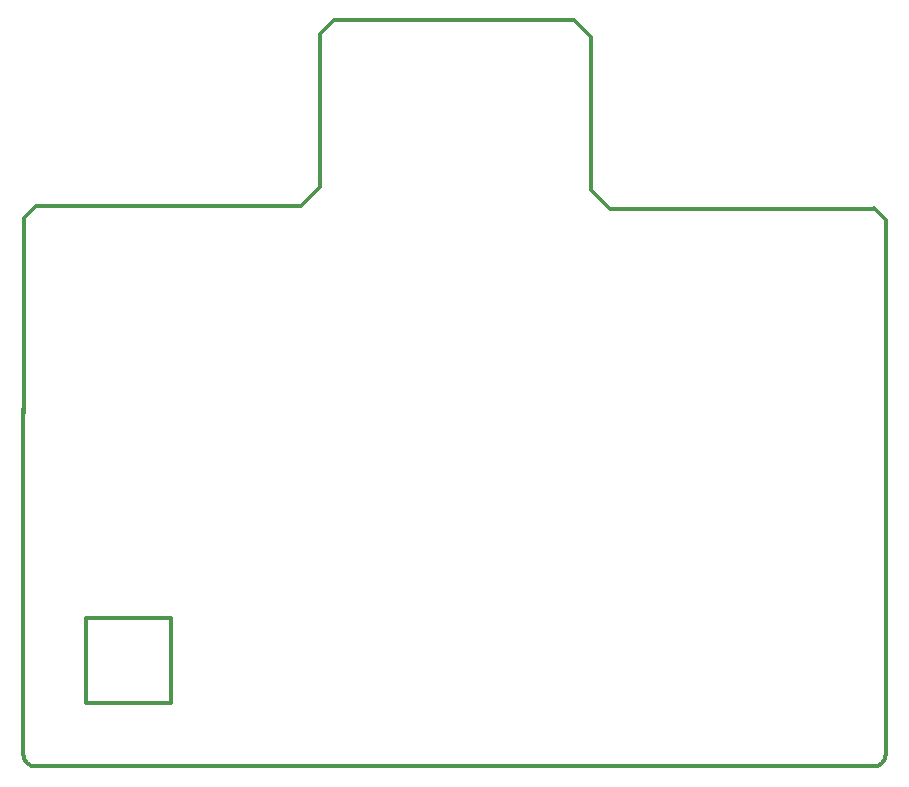
<source format=gko>
%FSLAX25Y25*%
%MOIN*%
G70*
G01*
G75*
G04 Layer_Color=16711935*
%ADD10C,0.00787*%
%ADD11C,0.01181*%
%ADD12R,0.02756X0.04921*%
%ADD13O,0.07874X0.05906*%
%ADD14R,0.07874X0.05906*%
%ADD15C,0.11811*%
%ADD16R,0.01181X0.03347*%
%ADD17R,0.02362X0.03347*%
%ADD18R,0.03543X0.06693*%
%ADD19O,0.05906X0.07874*%
%ADD20R,0.05906X0.07874*%
%ADD21R,0.05512X0.02362*%
%ADD22R,0.03150X0.07874*%
%ADD23R,0.02362X0.07874*%
%ADD24O,0.07480X0.12992*%
%ADD25R,0.01575X0.04724*%
%ADD26R,0.03937X0.03543*%
%ADD27O,0.02362X0.05512*%
%ADD28R,0.02362X0.01969*%
%ADD29R,0.01969X0.02362*%
%ADD30R,0.04921X0.02756*%
%ADD31R,0.03543X0.03937*%
%ADD32R,0.05118X0.03150*%
%ADD33R,0.03150X0.05118*%
%ADD34R,0.03150X0.03150*%
%ADD35R,0.06693X0.03543*%
%ADD36R,0.03543X0.02362*%
G04:AMPARAMS|DCode=37|XSize=98.43mil|YSize=59.06mil|CornerRadius=14.76mil|HoleSize=0mil|Usage=FLASHONLY|Rotation=90.000|XOffset=0mil|YOffset=0mil|HoleType=Round|Shape=RoundedRectangle|*
%AMROUNDEDRECTD37*
21,1,0.09843,0.02953,0,0,90.0*
21,1,0.06890,0.05906,0,0,90.0*
1,1,0.02953,0.01476,0.03445*
1,1,0.02953,0.01476,-0.03445*
1,1,0.02953,-0.01476,-0.03445*
1,1,0.02953,-0.01476,0.03445*
%
%ADD37ROUNDEDRECTD37*%
%ADD38C,0.07874*%
%ADD39C,0.02559*%
G04:AMPARAMS|DCode=40|XSize=39.37mil|YSize=62.99mil|CornerRadius=17.72mil|HoleSize=0mil|Usage=FLASHONLY|Rotation=180.000|XOffset=0mil|YOffset=0mil|HoleType=Round|Shape=RoundedRectangle|*
%AMROUNDEDRECTD40*
21,1,0.03937,0.02756,0,0,180.0*
21,1,0.00394,0.06299,0,0,180.0*
1,1,0.03543,-0.00197,0.01378*
1,1,0.03543,0.00197,0.01378*
1,1,0.03543,0.00197,-0.01378*
1,1,0.03543,-0.00197,-0.01378*
%
%ADD40ROUNDEDRECTD40*%
G04:AMPARAMS|DCode=41|XSize=39.37mil|YSize=82.68mil|CornerRadius=17.72mil|HoleSize=0mil|Usage=FLASHONLY|Rotation=180.000|XOffset=0mil|YOffset=0mil|HoleType=Round|Shape=RoundedRectangle|*
%AMROUNDEDRECTD41*
21,1,0.03937,0.04724,0,0,180.0*
21,1,0.00394,0.08268,0,0,180.0*
1,1,0.03543,-0.00197,0.02362*
1,1,0.03543,0.00197,0.02362*
1,1,0.03543,0.00197,-0.02362*
1,1,0.03543,-0.00197,-0.02362*
%
%ADD41ROUNDEDRECTD41*%
%ADD42C,0.02362*%
%ADD43C,0.00394*%
%ADD44C,0.02362*%
%ADD45C,0.00984*%
%ADD46C,0.01969*%
%ADD47C,0.00197*%
%ADD48C,0.00500*%
%ADD49C,0.00800*%
%ADD50C,0.00591*%
%ADD51C,0.01000*%
%ADD52R,0.03556X0.05721*%
%ADD53O,0.08674X0.06706*%
%ADD54R,0.08674X0.06706*%
%ADD55C,0.12611*%
%ADD56R,0.01981X0.04147*%
%ADD57R,0.03162X0.04147*%
%ADD58R,0.04343X0.07493*%
%ADD59O,0.06706X0.08674*%
%ADD60R,0.06706X0.08674*%
%ADD61R,0.06312X0.03162*%
%ADD62R,0.03950X0.08674*%
%ADD63R,0.03162X0.08674*%
%ADD64O,0.08280X0.13792*%
%ADD65R,0.02375X0.05524*%
%ADD66R,0.04737X0.04343*%
%ADD67O,0.03162X0.06312*%
%ADD68R,0.03162X0.02769*%
%ADD69R,0.02769X0.03162*%
%ADD70R,0.05721X0.03556*%
%ADD71R,0.04343X0.04737*%
%ADD72R,0.05918X0.03950*%
%ADD73R,0.03950X0.05918*%
%ADD74R,0.03543X0.03543*%
%ADD75R,0.07493X0.04343*%
%ADD76R,0.04343X0.03162*%
G04:AMPARAMS|DCode=77|XSize=106.42mil|YSize=67.06mil|CornerRadius=18.76mil|HoleSize=0mil|Usage=FLASHONLY|Rotation=90.000|XOffset=0mil|YOffset=0mil|HoleType=Round|Shape=RoundedRectangle|*
%AMROUNDEDRECTD77*
21,1,0.10642,0.02953,0,0,90.0*
21,1,0.06890,0.06706,0,0,90.0*
1,1,0.03753,0.01476,0.03445*
1,1,0.03753,0.01476,-0.03445*
1,1,0.03753,-0.01476,-0.03445*
1,1,0.03753,-0.01476,0.03445*
%
%ADD77ROUNDEDRECTD77*%
%ADD78C,0.03359*%
G04:AMPARAMS|DCode=79|XSize=47.37mil|YSize=70.99mil|CornerRadius=21.72mil|HoleSize=0mil|Usage=FLASHONLY|Rotation=180.000|XOffset=0mil|YOffset=0mil|HoleType=Round|Shape=RoundedRectangle|*
%AMROUNDEDRECTD79*
21,1,0.04737,0.02756,0,0,180.0*
21,1,0.00394,0.07099,0,0,180.0*
1,1,0.04343,-0.00197,0.01378*
1,1,0.04343,0.00197,0.01378*
1,1,0.04343,0.00197,-0.01378*
1,1,0.04343,-0.00197,-0.01378*
%
%ADD79ROUNDEDRECTD79*%
G04:AMPARAMS|DCode=80|XSize=47.37mil|YSize=90.68mil|CornerRadius=21.72mil|HoleSize=0mil|Usage=FLASHONLY|Rotation=180.000|XOffset=0mil|YOffset=0mil|HoleType=Round|Shape=RoundedRectangle|*
%AMROUNDEDRECTD80*
21,1,0.04737,0.04724,0,0,180.0*
21,1,0.00394,0.09068,0,0,180.0*
1,1,0.04343,-0.00197,0.02362*
1,1,0.04343,0.00197,0.02362*
1,1,0.04343,0.00197,-0.02362*
1,1,0.04343,-0.00197,-0.02362*
%
%ADD80ROUNDEDRECTD80*%
%ADD81C,0.03162*%
D11*
X-143701Y3937D02*
G03*
X-139764Y0I3937J0D01*
G01*
X139764D02*
G03*
X143701Y3937I0J3937D01*
G01*
X-94412Y21019D02*
Y49366D01*
X-122759D02*
X-94412D01*
X-122759Y21019D02*
Y49366D01*
Y21019D02*
X-94412D01*
X-143701Y3937D02*
Y119234D01*
X-139764Y0D02*
X139764D01*
X143701Y3937D02*
Y119234D01*
X-143602Y117717D02*
Y182677D01*
X-139469Y186811D01*
X-51279D01*
X-44980Y193110D01*
Y243996D01*
X-40453Y248524D01*
X41043Y247638D02*
X45571Y243110D01*
Y192224D02*
Y243110D01*
Y192224D02*
X51870Y185925D01*
X140059D01*
X143701Y117913D02*
Y182185D01*
X139862Y186024D02*
X143701Y182185D01*
X-40256Y248721D02*
X39961D01*
X41043Y247638D01*
M02*

</source>
